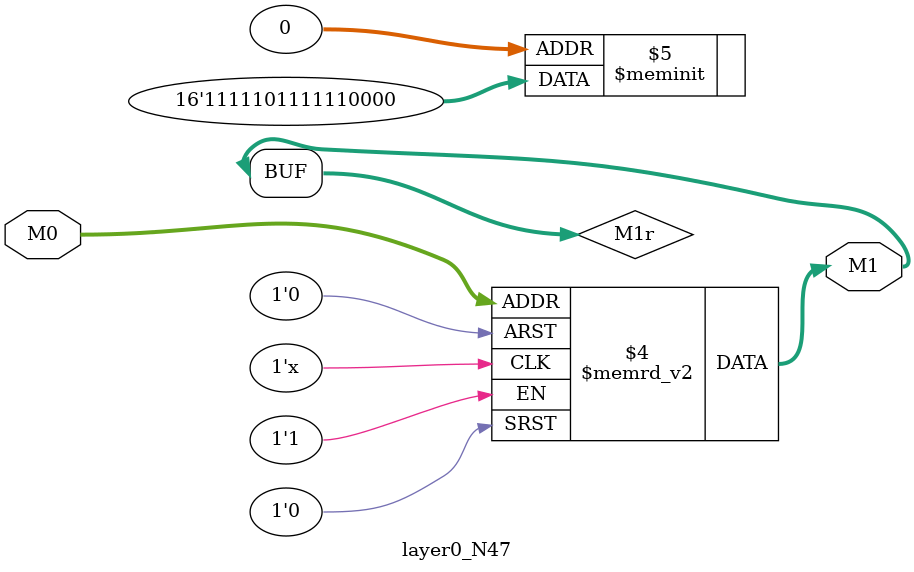
<source format=v>
module layer0_N47 ( input [2:0] M0, output [1:0] M1 );

	(*rom_style = "distributed" *) reg [1:0] M1r;
	assign M1 = M1r;
	always @ (M0) begin
		case (M0)
			3'b000: M1r = 2'b00;
			3'b100: M1r = 2'b11;
			3'b010: M1r = 2'b11;
			3'b110: M1r = 2'b11;
			3'b001: M1r = 2'b00;
			3'b101: M1r = 2'b10;
			3'b011: M1r = 2'b11;
			3'b111: M1r = 2'b11;

		endcase
	end
endmodule

</source>
